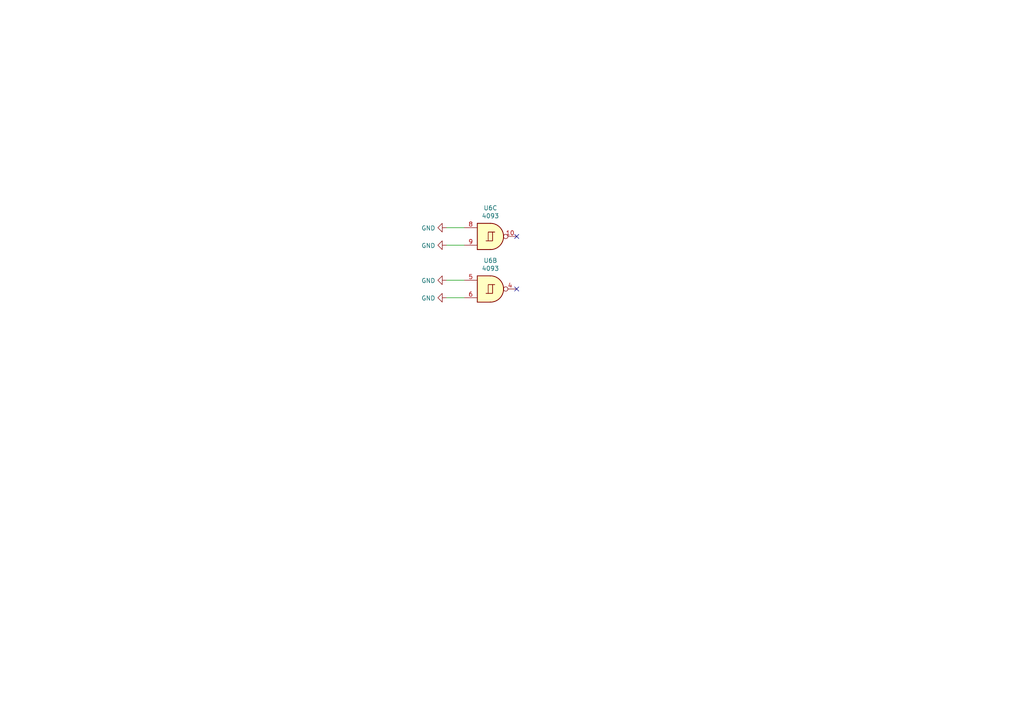
<source format=kicad_sch>
(kicad_sch (version 20211123) (generator eeschema)
  (paper "A4")
  (lib_symbols
    (symbol "4xxx:HEF4093B" (pin_names (offset 1.016))
      (property "Reference" "U" (at 0 1.27 0))
      (property "Value" "HEF4093B" (at 0 -1.27 0))
      (symbol "HEF4093B_1_0"
        (polyline (pts (xy -0.635 -1.27) (xy -0.635 1.27) (xy 0.635 1.27)))
        (polyline (pts (xy -0.635 -1.27) (xy -0.635 1.27) (xy 0.635 1.27)))
        (polyline (pts (xy -1.27 -1.27) (xy 0.635 -1.27) (xy 0.635 1.27) (xy 1.27 1.27)))
        (polyline (pts (xy -1.27 -1.27) (xy 0.635 -1.27) (xy 0.635 1.27) (xy 1.27 1.27)))
      )
      (symbol "HEF4093B_1_1"
        (arc (start 0 -3.81) (mid 3.81 0) (end 0 3.81) (stroke (width 0.254)) (fill (type background)))
        (polyline (pts (xy 0 3.81) (xy -3.81 3.81) (xy -3.81 -3.81) (xy 0 -3.81)) (stroke (width 0.254)) (fill (type background)))
        (pin input line (at -7.62 2.54 0) (length 3.81) (name "~") (number "1"))
        (pin input line (at -7.62 -2.54 0) (length 3.81) (name "~") (number "2"))
        (pin output inverted (at 7.62 0 180) (length 3.81) (name "~") (number "3"))
      )
      (symbol "HEF4093B_1_2"
        (arc (start -3.81 -3.81) (mid -2.589 0) (end -3.81 3.81) (stroke (width 0.254)))
        (arc (start -0.6096 -3.81) (mid 2.1842 -2.5851) (end 3.81 0) (stroke (width 0.254)) (fill (type background)))
        (polyline (pts (xy -3.81 -3.81) (xy -0.635 -3.81)) (stroke (width 0.254)) (fill (type background)))
        (polyline (pts (xy -3.81 3.81) (xy -0.635 3.81)) (stroke (width 0.254)) (fill (type background)))
        (polyline (pts (xy -0.635 3.81) (xy -3.81 3.81) (xy -3.81 3.81) (xy -3.556 3.4036) (xy -3.0226 2.2606) (xy -2.6924 1.0414) (xy -2.6162 -0.254) (xy -2.7686 -1.4986) (xy -3.175 -2.7178) (xy -3.81 -3.81) (xy -3.81 -3.81) (xy -0.635 -3.81)) (stroke (width -25.4)) (fill (type background)))
        (arc (start 3.81 0) (mid 2.1915 2.5936) (end -0.6096 3.81) (stroke (width 0.254)) (fill (type background)))
        (pin input inverted (at -7.62 2.54 0) (length 4.318) (name "~") (number "1"))
        (pin input inverted (at -7.62 -2.54 0) (length 4.318) (name "~") (number "2"))
        (pin output line (at 7.62 0 180) (length 3.81) (name "~") (number "3"))
      )
      (symbol "HEF4093B_2_0"
        (polyline (pts (xy -0.635 -1.27) (xy -0.635 1.27) (xy 0.635 1.27)))
        (polyline (pts (xy -0.635 -1.27) (xy -0.635 1.27) (xy 0.635 1.27)))
        (polyline (pts (xy -1.27 -1.27) (xy 0.635 -1.27) (xy 0.635 1.27) (xy 1.27 1.27)))
        (polyline (pts (xy -1.27 -1.27) (xy 0.635 -1.27) (xy 0.635 1.27) (xy 1.27 1.27)))
      )
      (symbol "HEF4093B_2_1"
        (arc (start 0 -3.81) (mid 3.81 0) (end 0 3.81) (stroke (width 0.254)) (fill (type background)))
        (polyline (pts (xy 0 3.81) (xy -3.81 3.81) (xy -3.81 -3.81) (xy 0 -3.81)) (stroke (width 0.254)) (fill (type background)))
        (pin output inverted (at 7.62 0 180) (length 3.81) (name "~") (number "4"))
        (pin input line (at -7.62 2.54 0) (length 3.81) (name "~") (number "5"))
        (pin input line (at -7.62 -2.54 0) (length 3.81) (name "~") (number "6"))
      )
      (symbol "HEF4093B_2_2"
        (arc (start -3.81 -3.81) (mid -2.589 0) (end -3.81 3.81) (stroke (width 0.254)))
        (arc (start -0.6096 -3.81) (mid 2.1842 -2.5851) (end 3.81 0) (stroke (width 0.254)) (fill (type background)))
        (polyline (pts (xy -3.81 -3.81) (xy -0.635 -3.81)) (stroke (width 0.254)) (fill (type background)))
        (polyline (pts (xy -3.81 3.81) (xy -0.635 3.81)) (stroke (width 0.254)) (fill (type background)))
        (polyline (pts (xy -0.635 3.81) (xy -3.81 3.81) (xy -3.81 3.81) (xy -3.556 3.4036) (xy -3.0226 2.2606) (xy -2.6924 1.0414) (xy -2.6162 -0.254) (xy -2.7686 -1.4986) (xy -3.175 -2.7178) (xy -3.81 -3.81) (xy -3.81 -3.81) (xy -0.635 -3.81)) (stroke (width -25.4)) (fill (type background)))
        (arc (start 3.81 0) (mid 2.1915 2.5936) (end -0.6096 3.81) (stroke (width 0.254)) (fill (type background)))
        (pin output line (at 7.62 0 180) (length 3.81) (name "~") (number "4"))
        (pin input inverted (at -7.62 2.54 0) (length 4.318) (name "~") (number "5"))
        (pin input inverted (at -7.62 -2.54 0) (length 4.318) (name "~") (number "6"))
      )
      (symbol "HEF4093B_3_0"
        (polyline (pts (xy -0.635 -1.27) (xy -0.635 1.27) (xy 0.635 1.27)))
        (polyline (pts (xy -0.635 -1.27) (xy -0.635 1.27) (xy 0.635 1.27)))
        (polyline (pts (xy -1.27 -1.27) (xy 0.635 -1.27) (xy 0.635 1.27) (xy 1.27 1.27)))
        (polyline (pts (xy -1.27 -1.27) (xy 0.635 -1.27) (xy 0.635 1.27) (xy 1.27 1.27)))
      )
      (symbol "HEF4093B_3_1"
        (arc (start 0 -3.81) (mid 3.81 0) (end 0 3.81) (stroke (width 0.254)) (fill (type background)))
        (polyline (pts (xy 0 3.81) (xy -3.81 3.81) (xy -3.81 -3.81) (xy 0 -3.81)) (stroke (width 0.254)) (fill (type background)))
        (pin output inverted (at 7.62 0 180) (length 3.81) (name "~") (number "10"))
        (pin input line (at -7.62 2.54 0) (length 3.81) (name "~") (number "8"))
        (pin input line (at -7.62 -2.54 0) (length 3.81) (name "~") (number "9"))
      )
      (symbol "HEF4093B_3_2"
        (arc (start -3.81 -3.81) (mid -2.589 0) (end -3.81 3.81) (stroke (width 0.254)))
        (arc (start -0.6096 -3.81) (mid 2.1842 -2.5851) (end 3.81 0) (stroke (width 0.254)) (fill (type background)))
        (polyline (pts (xy -3.81 -3.81) (xy -0.635 -3.81)) (stroke (width 0.254)) (fill (type background)))
        (polyline (pts (xy -3.81 3.81) (xy -0.635 3.81)) (stroke (width 0.254)) (fill (type background)))
        (polyline (pts (xy -0.635 3.81) (xy -3.81 3.81) (xy -3.81 3.81) (xy -3.556 3.4036) (xy -3.0226 2.2606) (xy -2.6924 1.0414) (xy -2.6162 -0.254) (xy -2.7686 -1.4986) (xy -3.175 -2.7178) (xy -3.81 -3.81) (xy -3.81 -3.81) (xy -0.635 -3.81)) (stroke (width -25.4)) (fill (type background)))
        (arc (start 3.81 0) (mid 2.1915 2.5936) (end -0.6096 3.81) (stroke (width 0.254)) (fill (type background)))
        (pin output line (at 7.62 0 180) (length 3.81) (name "~") (number "10"))
        (pin input inverted (at -7.62 2.54 0) (length 4.318) (name "~") (number "8"))
        (pin input inverted (at -7.62 -2.54 0) (length 4.318) (name "~") (number "9"))
      )
      (symbol "HEF4093B_4_0"
        (polyline (pts (xy -0.635 -1.27) (xy -0.635 1.27) (xy 0.635 1.27)))
        (polyline (pts (xy -0.635 -1.27) (xy -0.635 1.27) (xy 0.635 1.27)))
        (polyline (pts (xy -1.27 -1.27) (xy 0.635 -1.27) (xy 0.635 1.27) (xy 1.27 1.27)))
        (polyline (pts (xy -1.27 -1.27) (xy 0.635 -1.27) (xy 0.635 1.27) (xy 1.27 1.27)))
      )
      (symbol "HEF4093B_4_1"
        (arc (start 0 -3.81) (mid 3.81 0) (end 0 3.81) (stroke (width 0.254)) (fill (type background)))
        (polyline (pts (xy 0 3.81) (xy -3.81 3.81) (xy -3.81 -3.81) (xy 0 -3.81)) (stroke (width 0.254)) (fill (type background)))
        (pin output inverted (at 7.62 0 180) (length 3.81) (name "~") (number "11"))
        (pin input line (at -7.62 2.54 0) (length 3.81) (name "~") (number "12"))
        (pin input line (at -7.62 -2.54 0) (length 3.81) (name "~") (number "13"))
      )
      (symbol "HEF4093B_4_2"
        (arc (start -3.81 -3.81) (mid -2.589 0) (end -3.81 3.81) (stroke (width 0.254)))
        (arc (start -0.6096 -3.81) (mid 2.1842 -2.5851) (end 3.81 0) (stroke (width 0.254)) (fill (type background)))
        (polyline (pts (xy -3.81 -3.81) (xy -0.635 -3.81)) (stroke (width 0.254)) (fill (type background)))
        (polyline (pts (xy -3.81 3.81) (xy -0.635 3.81)) (stroke (width 0.254)) (fill (type background)))
        (polyline (pts (xy -0.635 3.81) (xy -3.81 3.81) (xy -3.81 3.81) (xy -3.556 3.4036) (xy -3.0226 2.2606) (xy -2.6924 1.0414) (xy -2.6162 -0.254) (xy -2.7686 -1.4986) (xy -3.175 -2.7178) (xy -3.81 -3.81) (xy -3.81 -3.81) (xy -0.635 -3.81)) (stroke (width -25.4)) (fill (type background)))
        (arc (start 3.81 0) (mid 2.1915 2.5936) (end -0.6096 3.81) (stroke (width 0.254)) (fill (type background)))
        (pin output line (at 7.62 0 180) (length 3.81) (name "~") (number "11"))
        (pin input inverted (at -7.62 2.54 0) (length 4.318) (name "~") (number "12"))
        (pin input inverted (at -7.62 -2.54 0) (length 4.318) (name "~") (number "13"))
      )
      (symbol "HEF4093B_5_0"
        (pin power_in line (at 0 12.7 270) (length 5.08) (name "VCC") (number "14"))
        (pin power_in line (at 0 -12.7 90) (length 5.08) (name "GND") (number "7"))
      )
      (symbol "HEF4093B_5_1"
        (rectangle (start -5.08 7.62) (end 5.08 -7.62) (stroke (width 0.254)) (fill (type background)))
      )
    )
    (symbol "power:GND" (power) (pin_names (offset 0))
      (property "Value" "GND" (at 0 -3.81 0))
      (symbol "GND_0_1"
        (polyline (pts (xy 0 0) (xy 0 -1.27) (xy 1.27 -1.27) (xy 0 -2.54) (xy -1.27 -1.27) (xy 0 -1.27)))
      )
      (symbol "GND_1_1"
        (pin power_in line (at 0 0 270) (length 0) hide (name "GND") (number "1"))
      )
    )
  )
  (no_connect (at 149.86 83.82))
  (no_connect (at 149.86 68.58))
  (wire (pts (xy 129.54 81.28) (xy 134.62 81.28)))
  (wire (pts (xy 129.54 71.12) (xy 134.62 71.12)))
  (wire (pts (xy 129.54 86.36) (xy 134.62 86.36)))
  (wire (pts (xy 129.54 66.04) (xy 134.62 66.04)))
  (symbol (lib_id "4xxx:HEF4093B") (at 142.24 68.58 0) (unit 3)
    (property "Reference" "U6" (at 142.24 60.325 0))
    (property "Value" "4093" (at 142.24 62.6364 0))
    (property "Footprint" "Package_DIP:DIP-14_W7.62mm" (effects hide))
    (property "Datasheet" "https://assets.nexperia.com/documents/data-sheet/HEF4093B.pdf" (effects hide))
  )
  (symbol (lib_id "4xxx:HEF4093B") (at 142.24 83.82 0) (unit 2)
    (property "Reference" "U6" (at 142.24 75.565 0))
    (property "Value" "4093" (at 142.24 77.8764 0))
    (property "Footprint" "Package_DIP:DIP-14_W7.62mm" (effects hide))
    (property "Datasheet" "https://assets.nexperia.com/documents/data-sheet/HEF4093B.pdf" (effects hide))
  )
  (symbol (lib_id "power:GND") (at 129.54 86.36 270) (unit 1)
    (property "Reference" "#PWR0137" (effects hide))
    (property "Value" "GND" (at 126.2888 86.487 90) (effects (justify right)))
  )
  (symbol (lib_id "power:GND") (at 129.54 81.28 270) (unit 1)
    (property "Reference" "#PWR0138" (effects hide))
    (property "Value" "GND" (at 126.2888 81.407 90) (effects (justify right)))
  )
  (symbol (lib_id "power:GND") (at 129.54 71.12 270) (unit 1)
    (property "Reference" "#PWR0139" (effects hide))
    (property "Value" "GND" (at 126.2888 71.247 90) (effects (justify right)))
  )
  (symbol (lib_id "power:GND") (at 129.54 66.04 270) (unit 1)
    (property "Reference" "#PWR0140" (effects hide))
    (property "Value" "GND" (at 126.2888 66.167 90) (effects (justify right)))
  )
)
</source>
